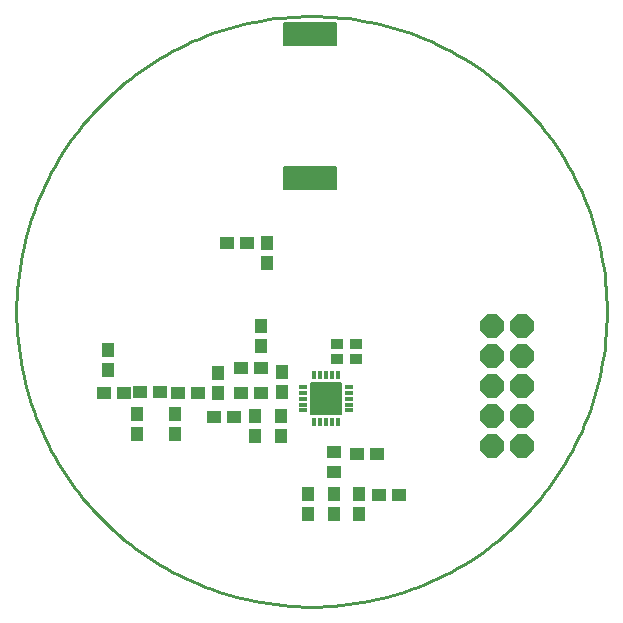
<source format=gts>
G75*
%MOIN*%
%OFA0B0*%
%FSLAX25Y25*%
%IPPOS*%
%LPD*%
%AMOC8*
5,1,8,0,0,1.08239X$1,22.5*
%
%ADD10C,0.01000*%
%ADD11R,0.03156X0.01384*%
%ADD12R,0.01384X0.03156*%
%ADD13C,0.00500*%
%ADD14R,0.05400X0.02900*%
%ADD15OC8,0.07800*%
%ADD16R,0.04731X0.04337*%
%ADD17R,0.04337X0.04731*%
%ADD18R,0.03943X0.03550*%
D10*
X0001500Y0099916D02*
X0001530Y0102331D01*
X0001619Y0104745D01*
X0001767Y0107156D01*
X0001974Y0109562D01*
X0002240Y0111963D01*
X0002565Y0114357D01*
X0002949Y0116741D01*
X0003391Y0119116D01*
X0003891Y0121479D01*
X0004449Y0123829D01*
X0005065Y0126165D01*
X0005738Y0128485D01*
X0006467Y0130787D01*
X0007253Y0133071D01*
X0008095Y0135335D01*
X0008991Y0137578D01*
X0009943Y0139798D01*
X0010949Y0141994D01*
X0012008Y0144165D01*
X0013121Y0146309D01*
X0014286Y0148425D01*
X0015502Y0150512D01*
X0016769Y0152568D01*
X0018086Y0154593D01*
X0019453Y0156585D01*
X0020868Y0158542D01*
X0022330Y0160465D01*
X0023839Y0162350D01*
X0025395Y0164199D01*
X0026995Y0166008D01*
X0028638Y0167778D01*
X0030325Y0169507D01*
X0032054Y0171194D01*
X0033824Y0172837D01*
X0035633Y0174437D01*
X0037482Y0175993D01*
X0039367Y0177502D01*
X0041290Y0178964D01*
X0043247Y0180379D01*
X0045239Y0181746D01*
X0047264Y0183063D01*
X0049320Y0184330D01*
X0051407Y0185546D01*
X0053523Y0186711D01*
X0055667Y0187824D01*
X0057838Y0188883D01*
X0060034Y0189889D01*
X0062254Y0190841D01*
X0064497Y0191737D01*
X0066761Y0192579D01*
X0069045Y0193365D01*
X0071347Y0194094D01*
X0073667Y0194767D01*
X0076003Y0195383D01*
X0078353Y0195941D01*
X0080716Y0196441D01*
X0083091Y0196883D01*
X0085475Y0197267D01*
X0087869Y0197592D01*
X0090270Y0197858D01*
X0092676Y0198065D01*
X0095087Y0198213D01*
X0097501Y0198302D01*
X0099916Y0198332D01*
X0102331Y0198302D01*
X0104745Y0198213D01*
X0107156Y0198065D01*
X0109562Y0197858D01*
X0111963Y0197592D01*
X0114357Y0197267D01*
X0116741Y0196883D01*
X0119116Y0196441D01*
X0121479Y0195941D01*
X0123829Y0195383D01*
X0126165Y0194767D01*
X0128485Y0194094D01*
X0130787Y0193365D01*
X0133071Y0192579D01*
X0135335Y0191737D01*
X0137578Y0190841D01*
X0139798Y0189889D01*
X0141994Y0188883D01*
X0144165Y0187824D01*
X0146309Y0186711D01*
X0148425Y0185546D01*
X0150512Y0184330D01*
X0152568Y0183063D01*
X0154593Y0181746D01*
X0156585Y0180379D01*
X0158542Y0178964D01*
X0160465Y0177502D01*
X0162350Y0175993D01*
X0164199Y0174437D01*
X0166008Y0172837D01*
X0167778Y0171194D01*
X0169507Y0169507D01*
X0171194Y0167778D01*
X0172837Y0166008D01*
X0174437Y0164199D01*
X0175993Y0162350D01*
X0177502Y0160465D01*
X0178964Y0158542D01*
X0180379Y0156585D01*
X0181746Y0154593D01*
X0183063Y0152568D01*
X0184330Y0150512D01*
X0185546Y0148425D01*
X0186711Y0146309D01*
X0187824Y0144165D01*
X0188883Y0141994D01*
X0189889Y0139798D01*
X0190841Y0137578D01*
X0191737Y0135335D01*
X0192579Y0133071D01*
X0193365Y0130787D01*
X0194094Y0128485D01*
X0194767Y0126165D01*
X0195383Y0123829D01*
X0195941Y0121479D01*
X0196441Y0119116D01*
X0196883Y0116741D01*
X0197267Y0114357D01*
X0197592Y0111963D01*
X0197858Y0109562D01*
X0198065Y0107156D01*
X0198213Y0104745D01*
X0198302Y0102331D01*
X0198332Y0099916D01*
X0198302Y0097501D01*
X0198213Y0095087D01*
X0198065Y0092676D01*
X0197858Y0090270D01*
X0197592Y0087869D01*
X0197267Y0085475D01*
X0196883Y0083091D01*
X0196441Y0080716D01*
X0195941Y0078353D01*
X0195383Y0076003D01*
X0194767Y0073667D01*
X0194094Y0071347D01*
X0193365Y0069045D01*
X0192579Y0066761D01*
X0191737Y0064497D01*
X0190841Y0062254D01*
X0189889Y0060034D01*
X0188883Y0057838D01*
X0187824Y0055667D01*
X0186711Y0053523D01*
X0185546Y0051407D01*
X0184330Y0049320D01*
X0183063Y0047264D01*
X0181746Y0045239D01*
X0180379Y0043247D01*
X0178964Y0041290D01*
X0177502Y0039367D01*
X0175993Y0037482D01*
X0174437Y0035633D01*
X0172837Y0033824D01*
X0171194Y0032054D01*
X0169507Y0030325D01*
X0167778Y0028638D01*
X0166008Y0026995D01*
X0164199Y0025395D01*
X0162350Y0023839D01*
X0160465Y0022330D01*
X0158542Y0020868D01*
X0156585Y0019453D01*
X0154593Y0018086D01*
X0152568Y0016769D01*
X0150512Y0015502D01*
X0148425Y0014286D01*
X0146309Y0013121D01*
X0144165Y0012008D01*
X0141994Y0010949D01*
X0139798Y0009943D01*
X0137578Y0008991D01*
X0135335Y0008095D01*
X0133071Y0007253D01*
X0130787Y0006467D01*
X0128485Y0005738D01*
X0126165Y0005065D01*
X0123829Y0004449D01*
X0121479Y0003891D01*
X0119116Y0003391D01*
X0116741Y0002949D01*
X0114357Y0002565D01*
X0111963Y0002240D01*
X0109562Y0001974D01*
X0107156Y0001767D01*
X0104745Y0001619D01*
X0102331Y0001530D01*
X0099916Y0001500D01*
X0097501Y0001530D01*
X0095087Y0001619D01*
X0092676Y0001767D01*
X0090270Y0001974D01*
X0087869Y0002240D01*
X0085475Y0002565D01*
X0083091Y0002949D01*
X0080716Y0003391D01*
X0078353Y0003891D01*
X0076003Y0004449D01*
X0073667Y0005065D01*
X0071347Y0005738D01*
X0069045Y0006467D01*
X0066761Y0007253D01*
X0064497Y0008095D01*
X0062254Y0008991D01*
X0060034Y0009943D01*
X0057838Y0010949D01*
X0055667Y0012008D01*
X0053523Y0013121D01*
X0051407Y0014286D01*
X0049320Y0015502D01*
X0047264Y0016769D01*
X0045239Y0018086D01*
X0043247Y0019453D01*
X0041290Y0020868D01*
X0039367Y0022330D01*
X0037482Y0023839D01*
X0035633Y0025395D01*
X0033824Y0026995D01*
X0032054Y0028638D01*
X0030325Y0030325D01*
X0028638Y0032054D01*
X0026995Y0033824D01*
X0025395Y0035633D01*
X0023839Y0037482D01*
X0022330Y0039367D01*
X0020868Y0041290D01*
X0019453Y0043247D01*
X0018086Y0045239D01*
X0016769Y0047264D01*
X0015502Y0049320D01*
X0014286Y0051407D01*
X0013121Y0053523D01*
X0012008Y0055667D01*
X0010949Y0057838D01*
X0009943Y0060034D01*
X0008991Y0062254D01*
X0008095Y0064497D01*
X0007253Y0066761D01*
X0006467Y0069045D01*
X0005738Y0071347D01*
X0005065Y0073667D01*
X0004449Y0076003D01*
X0003891Y0078353D01*
X0003391Y0080716D01*
X0002949Y0083091D01*
X0002565Y0085475D01*
X0002240Y0087869D01*
X0001974Y0090270D01*
X0001767Y0092676D01*
X0001619Y0095087D01*
X0001530Y0097501D01*
X0001500Y0099916D01*
D11*
X0096944Y0074790D03*
X0096944Y0072822D03*
X0096944Y0070853D03*
X0096944Y0068885D03*
X0096944Y0066916D03*
X0112495Y0066916D03*
X0112495Y0068885D03*
X0112495Y0070853D03*
X0112495Y0072822D03*
X0112495Y0074790D03*
D12*
X0108656Y0078629D03*
X0106688Y0078629D03*
X0104719Y0078629D03*
X0102751Y0078629D03*
X0100782Y0078629D03*
X0100782Y0063077D03*
X0102751Y0063077D03*
X0104719Y0063077D03*
X0106688Y0063077D03*
X0108656Y0063077D03*
D13*
X0109837Y0065735D02*
X0109837Y0075971D01*
X0099601Y0075971D01*
X0099601Y0065735D01*
X0109837Y0065735D01*
X0109837Y0066018D02*
X0099601Y0066018D01*
X0099601Y0066516D02*
X0109837Y0066516D01*
X0109837Y0067015D02*
X0099601Y0067015D01*
X0099601Y0067513D02*
X0109837Y0067513D01*
X0109837Y0068012D02*
X0099601Y0068012D01*
X0099601Y0068510D02*
X0109837Y0068510D01*
X0109837Y0069009D02*
X0099601Y0069009D01*
X0099601Y0069507D02*
X0109837Y0069507D01*
X0109837Y0070006D02*
X0099601Y0070006D01*
X0099601Y0070504D02*
X0109837Y0070504D01*
X0109837Y0071003D02*
X0099601Y0071003D01*
X0099601Y0071501D02*
X0109837Y0071501D01*
X0109837Y0072000D02*
X0099601Y0072000D01*
X0099601Y0072498D02*
X0109837Y0072498D01*
X0109837Y0072997D02*
X0099601Y0072997D01*
X0099601Y0073495D02*
X0109837Y0073495D01*
X0109837Y0073994D02*
X0099601Y0073994D01*
X0099601Y0074492D02*
X0109837Y0074492D01*
X0109837Y0074991D02*
X0099601Y0074991D01*
X0099601Y0075489D02*
X0109837Y0075489D01*
X0108113Y0140652D02*
X0090790Y0140652D01*
X0090790Y0148133D01*
X0108113Y0148133D01*
X0108113Y0140652D01*
X0108113Y0140794D02*
X0090790Y0140794D01*
X0090790Y0141293D02*
X0108113Y0141293D01*
X0108113Y0141791D02*
X0090790Y0141791D01*
X0090790Y0142290D02*
X0108113Y0142290D01*
X0108113Y0142788D02*
X0090790Y0142788D01*
X0090790Y0143287D02*
X0108113Y0143287D01*
X0108113Y0143785D02*
X0090790Y0143785D01*
X0090790Y0144284D02*
X0108113Y0144284D01*
X0108113Y0144782D02*
X0090790Y0144782D01*
X0090790Y0145281D02*
X0108113Y0145281D01*
X0108113Y0145779D02*
X0090790Y0145779D01*
X0090790Y0146278D02*
X0108113Y0146278D01*
X0108113Y0146776D02*
X0090790Y0146776D01*
X0090790Y0147275D02*
X0108113Y0147275D01*
X0108113Y0147773D02*
X0090790Y0147773D01*
X0090790Y0188684D02*
X0108113Y0188684D01*
X0108113Y0196164D01*
X0090790Y0196164D01*
X0090790Y0188684D01*
X0090790Y0189150D02*
X0108113Y0189150D01*
X0108113Y0189648D02*
X0090790Y0189648D01*
X0090790Y0190147D02*
X0108113Y0190147D01*
X0108113Y0190645D02*
X0090790Y0190645D01*
X0090790Y0191144D02*
X0108113Y0191144D01*
X0108113Y0191642D02*
X0090790Y0191642D01*
X0090790Y0192141D02*
X0108113Y0192141D01*
X0108113Y0192639D02*
X0090790Y0192639D01*
X0090790Y0193138D02*
X0108113Y0193138D01*
X0108113Y0193636D02*
X0090790Y0193636D01*
X0090790Y0194135D02*
X0108113Y0194135D01*
X0108113Y0194634D02*
X0090790Y0194634D01*
X0090790Y0195132D02*
X0108113Y0195132D01*
X0108113Y0195631D02*
X0090790Y0195631D01*
X0090790Y0196129D02*
X0108113Y0196129D01*
D14*
X0099452Y0144786D03*
D15*
X0159936Y0095188D03*
X0169936Y0095188D03*
X0169936Y0085188D03*
X0159936Y0085188D03*
X0159936Y0075188D03*
X0169936Y0075188D03*
X0169936Y0065188D03*
X0159936Y0065188D03*
X0159936Y0055188D03*
X0169936Y0055188D03*
D16*
X0129144Y0038818D03*
X0122452Y0038818D03*
X0121644Y0052326D03*
X0114952Y0052326D03*
X0107353Y0053172D03*
X0107353Y0046479D03*
X0083144Y0072837D03*
X0076452Y0072837D03*
X0076286Y0081074D03*
X0082979Y0081074D03*
X0074144Y0064708D03*
X0067452Y0064708D03*
X0061944Y0072719D03*
X0055252Y0072719D03*
X0049544Y0072930D03*
X0042852Y0072930D03*
X0037444Y0072794D03*
X0030752Y0072794D03*
X0071590Y0122579D03*
X0078283Y0122579D03*
D17*
X0041566Y0058916D03*
X0041566Y0065609D03*
X0054314Y0065609D03*
X0054314Y0058916D03*
X0068718Y0072751D03*
X0068718Y0079444D03*
X0083125Y0088251D03*
X0083125Y0094944D03*
X0090034Y0079637D03*
X0090034Y0072944D03*
X0089633Y0064944D03*
X0089633Y0058251D03*
X0081021Y0058251D03*
X0081021Y0064944D03*
X0098609Y0038944D03*
X0098609Y0032251D03*
X0107357Y0032251D03*
X0107357Y0038944D03*
X0115605Y0038944D03*
X0115605Y0032251D03*
X0032113Y0080251D03*
X0032113Y0086944D03*
X0085053Y0116006D03*
X0085053Y0122699D03*
D18*
X0108227Y0089038D03*
X0108227Y0084117D03*
X0114723Y0084117D03*
X0114723Y0089038D03*
M02*

</source>
